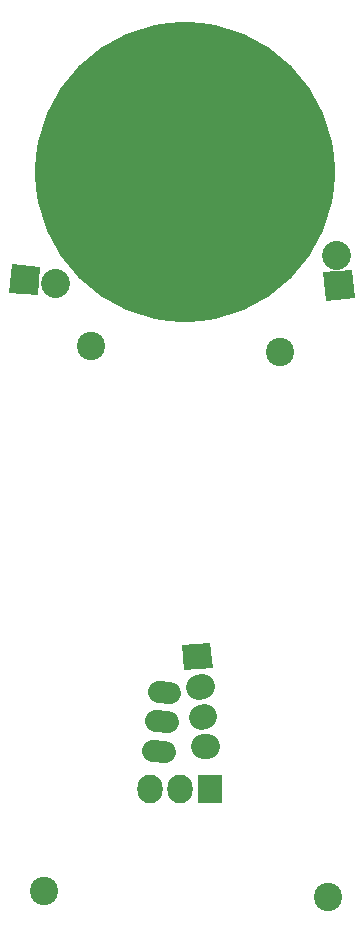
<source format=gbs>
G04 #@! TF.FileFunction,Soldermask,Bot*
%FSLAX46Y46*%
G04 Gerber Fmt 4.6, Leading zero omitted, Abs format (unit mm)*
G04 Created by KiCad (PCBNEW 4.0.2-stable) date Thursday, February 23, 2017 'PMt' 11:52:06 PM*
%MOMM*%
G01*
G04 APERTURE LIST*
%ADD10C,0.100000*%
%ADD11C,1.901140*%
%ADD12C,2.400000*%
%ADD13C,2.432000*%
%ADD14C,2.127200*%
%ADD15R,2.127200X2.432000*%
%ADD16O,2.127200X2.432000*%
%ADD17C,25.400000*%
G04 APERTURE END LIST*
D10*
D11*
X83497211Y-126573835D02*
X82502789Y-126486835D01*
X83275835Y-129104170D02*
X82281413Y-129017170D01*
X83718587Y-124043500D02*
X82724165Y-123956500D01*
D12*
X93004133Y-95187141D03*
X97039880Y-141315937D03*
D10*
G36*
X70082646Y-90205391D02*
X70294609Y-87782646D01*
X72717354Y-87994609D01*
X72505391Y-90417354D01*
X70082646Y-90205391D01*
X70082646Y-90205391D01*
G37*
D13*
X73930335Y-89321376D02*
X73930335Y-89321376D01*
D10*
G36*
X87118674Y-119834466D02*
X87304072Y-121953571D01*
X84881326Y-122165534D01*
X84695928Y-120046429D01*
X87118674Y-119834466D01*
X87118674Y-119834466D01*
G37*
D14*
X86373196Y-123517052D02*
X86069556Y-123543618D01*
X86594571Y-126047386D02*
X86290931Y-126073952D01*
X86815947Y-128577721D02*
X86512307Y-128604287D01*
D10*
G36*
X96894609Y-90857354D02*
X96682646Y-88434609D01*
X99105391Y-88222646D01*
X99317354Y-90645391D01*
X96894609Y-90857354D01*
X96894609Y-90857354D01*
G37*
D13*
X97778624Y-87009665D02*
X97778624Y-87009665D01*
D15*
X87080000Y-132200000D03*
D16*
X84540000Y-132200000D03*
X82000000Y-132200000D03*
D12*
X73000000Y-140812859D03*
X77035747Y-94684063D03*
D17*
X85000000Y-80000000D03*
M02*

</source>
